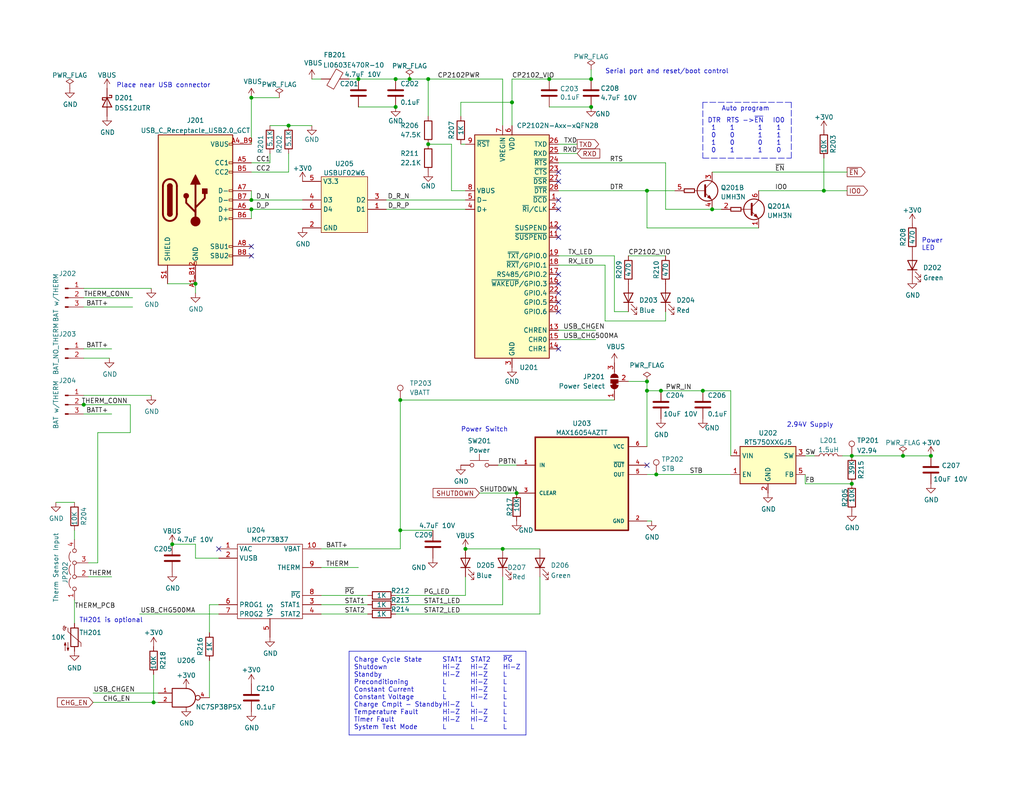
<source format=kicad_sch>
(kicad_sch (version 20211123) (generator eeschema)
  (paper "USLetter")
  (title_block (title "Slime VR Motion Tracker") (date "2022-04-05") (rev "0.9.9") (company "Aaron Williams"))
  (junction (at 161.29 29.21))
  (junction (at 232.41 132.08))
  (junction (at 232.41 124.46))
  (junction (at 191.77 106.68))
  (junction (at 109.22 109.22))
  (junction (at 176.53 104.14))
  (junction (at 68.58 26.67))
  (junction (at 246.38 124.46))
  (junction (at 41.91 191.77))
  (junction (at 97.79 21.59))
  (junction (at 107.95 21.59))
  (junction (at 68.58 54.61))
  (junction (at 109.22 144.78))
  (junction (at 22.86 110.49))
  (junction (at 179.07 129.54))
  (junction (at 78.74 34.29))
  (junction (at 137.16 149.86))
  (junction (at 46.99 148.59))
  (junction (at 176.53 106.68))
  (junction (at 139.7 27.94))
  (junction (at 111.76 21.59))
  (junction (at 149.86 21.59))
  (junction (at 176.53 52.07))
  (junction (at 180.34 106.68))
  (junction (at 194.31 57.15))
  (junction (at 116.84 21.59))
  (junction (at 140.97 134.62))
  (junction (at 68.58 57.15))
  (junction (at 127 149.86))
  (junction (at 107.95 29.21))
  (junction (at 224.79 52.07))
  (junction (at 254 124.46))
  (junction (at 116.84 39.37))
  (junction (at 161.29 21.59))
  (junction (at 53.34 77.47))
  (no_connect (at 152.4 95.25))
  (no_connect (at 152.4 85.09))
  (no_connect (at 152.4 82.55))
  (no_connect (at 152.4 74.93))
  (no_connect (at 152.4 77.47))
  (no_connect (at 152.4 80.01))
  (no_connect (at 152.4 64.77))
  (no_connect (at 152.4 62.23))
  (no_connect (at 176.53 127))
  (no_connect (at 68.58 69.85))
  (no_connect (at 68.58 67.31))
  (no_connect (at 59.69 149.86))
  (no_connect (at 152.4 49.53))
  (no_connect (at 152.4 54.61))
  (no_connect (at 152.4 57.15))
  (no_connect (at 152.4 46.99))
  (wire (pts (xy 176.53 104.14) (xy 171.45 104.14)))
  (wire (pts (xy 194.31 57.15) (xy 196.85 57.15)))
  (wire (pts (xy 152.4 39.37) (xy 157.48 39.37)))
  (wire (pts (xy 176.53 52.07) (xy 184.15 52.07)))
  (wire (pts (xy 147.32 167.64) (xy 147.32 157.48)))
  (wire (pts (xy 41.91 184.15) (xy 41.91 191.77)))
  (wire (pts (xy 232.41 132.08) (xy 219.71 132.08)))
  (wire (pts (xy 107.95 162.56) (xy 127 162.56)))
  (wire (pts (xy 123.19 39.37) (xy 123.19 52.07)))
  (wire (pts (xy 22.225 110.49) (xy 22.86 110.49)))
  (wire (pts (xy 152.4 90.17) (xy 162.56 90.17)))
  (wire (pts (xy 229.87 124.46) (xy 232.41 124.46)))
  (wire (pts (xy 176.53 52.07) (xy 176.53 62.23)))
  (wire (pts (xy 137.16 149.86) (xy 147.32 149.86)))
  (wire (pts (xy 116.84 31.75) (xy 116.84 21.59)))
  (wire (pts (xy 22.86 83.82) (xy 36.195 83.82)))
  (wire (pts (xy 139.7 21.59) (xy 149.86 21.59)))
  (wire (pts (xy 199.39 106.68) (xy 199.39 124.46)))
  (wire (pts (xy 176.53 106.68) (xy 176.53 104.14)))
  (wire (pts (xy 87.63 162.56) (xy 100.33 162.56)))
  (wire (pts (xy 219.71 132.08) (xy 219.71 129.54)))
  (wire (pts (xy 219.71 124.46) (xy 222.25 124.46)))
  (wire (pts (xy 165.1 87.63) (xy 181.61 87.63)))
  (wire (pts (xy 125.73 27.94) (xy 139.7 27.94)))
  (wire (pts (xy 87.63 154.94) (xy 97.79 154.94)))
  (wire (pts (xy 149.86 21.59) (xy 161.29 21.59)))
  (wire (pts (xy 107.95 29.21) (xy 97.79 29.21)))
  (wire (pts (xy 152.4 69.85) (xy 167.64 69.85)))
  (wire (pts (xy 139.7 27.94) (xy 139.7 21.59)))
  (wire (pts (xy 232.41 124.46) (xy 246.38 124.46)))
  (wire (pts (xy 57.15 180.34) (xy 57.15 190.5)))
  (wire (pts (xy 68.58 54.61) (xy 82.55 54.61)))
  (wire (pts (xy 87.63 165.1) (xy 100.33 165.1)))
  (wire (pts (xy 176.53 106.68) (xy 176.53 121.92)))
  (wire (pts (xy 73.66 44.45) (xy 73.66 41.91)))
  (wire (pts (xy 176.53 106.68) (xy 180.34 106.68)))
  (wire (pts (xy 246.38 124.46) (xy 254 124.46)))
  (wire (pts (xy 53.34 77.47) (xy 53.34 80.01)))
  (wire (pts (xy 127 149.86) (xy 137.16 149.86)))
  (wire (pts (xy 207.01 52.07) (xy 224.79 52.07)))
  (wire (pts (xy 152.4 41.91) (xy 157.48 41.91)))
  (wire (pts (xy 167.64 85.09) (xy 167.64 69.85)))
  (wire (pts (xy 26.67 118.11) (xy 26.67 153.67)))
  (wire (pts (xy 107.95 165.1) (xy 137.16 165.1)))
  (polyline (pts (xy 143.51 177.8) (xy 143.51 200.66)) (stroke (width 0) (type solid)))
  (wire (pts (xy 152.4 52.07) (xy 176.53 52.07)))
  (wire (pts (xy 53.34 148.59) (xy 53.34 152.4)))
  (wire (pts (xy 109.22 144.78) (xy 118.11 144.78)))
  (wire (pts (xy 137.16 34.29) (xy 137.16 21.59)))
  (wire (pts (xy 109.22 109.22) (xy 167.64 109.22)))
  (wire (pts (xy 179.07 129.54) (xy 199.39 129.54)))
  (wire (pts (xy 109.22 144.78) (xy 109.22 109.22)))
  (wire (pts (xy 78.74 34.29) (xy 85.09 34.29)))
  (wire (pts (xy 123.19 52.07) (xy 127 52.07)))
  (wire (pts (xy 95.25 21.59) (xy 97.79 21.59)))
  (wire (pts (xy 161.29 19.05) (xy 161.29 21.59)))
  (wire (pts (xy 176.53 62.23) (xy 207.01 62.23)))
  (wire (pts (xy 24.13 157.48) (xy 30.48 157.48)))
  (wire (pts (xy 25.4 191.77) (xy 41.91 191.77)))
  (wire (pts (xy 107.95 167.64) (xy 147.32 167.64)))
  (wire (pts (xy 152.4 44.45) (xy 181.61 44.45)))
  (polyline (pts (xy 95.25 177.8) (xy 95.25 200.66)) (stroke (width 0) (type solid)))
  (wire (pts (xy 22.86 78.74) (xy 41.275 78.74)))
  (wire (pts (xy 41.91 191.77) (xy 43.18 191.77)))
  (wire (pts (xy 57.15 172.72) (xy 57.15 165.1)))
  (wire (pts (xy 22.86 107.95) (xy 41.275 107.95)))
  (wire (pts (xy 107.95 21.59) (xy 111.76 21.59)))
  (wire (pts (xy 224.79 52.07) (xy 231.14 52.07)))
  (wire (pts (xy 22.86 97.79) (xy 29.845 97.79)))
  (wire (pts (xy 38.1 167.64) (xy 59.69 167.64)))
  (wire (pts (xy 46.99 148.59) (xy 53.34 148.59)))
  (wire (pts (xy 109.22 149.86) (xy 109.22 144.78)))
  (wire (pts (xy 149.86 29.21) (xy 161.29 29.21)))
  (wire (pts (xy 35.56 118.11) (xy 26.67 118.11)))
  (wire (pts (xy 68.58 57.15) (xy 82.55 57.15)))
  (wire (pts (xy 177.8 142.24) (xy 176.53 142.24)))
  (wire (pts (xy 68.58 44.45) (xy 73.66 44.45)))
  (wire (pts (xy 181.61 57.15) (xy 181.61 44.45)))
  (wire (pts (xy 68.58 26.67) (xy 76.2 26.67)))
  (polyline (pts (xy 215.9 27.94) (xy 191.77 27.94)))
  (wire (pts (xy 35.56 110.49) (xy 35.56 118.11)))
  (wire (pts (xy 171.45 85.09) (xy 167.64 85.09)))
  (wire (pts (xy 125.73 39.37) (xy 127 39.37)))
  (wire (pts (xy 68.58 26.67) (xy 68.58 39.37)))
  (wire (pts (xy 87.63 167.64) (xy 100.33 167.64)))
  (wire (pts (xy 97.79 21.59) (xy 107.95 21.59)))
  (wire (pts (xy 85.09 21.59) (xy 87.63 21.59)))
  (wire (pts (xy 24.13 153.67) (xy 26.67 153.67)))
  (wire (pts (xy 137.16 165.1) (xy 137.16 157.48)))
  (polyline (pts (xy 95.25 177.8) (xy 143.51 177.8)) (stroke (width 0) (type solid)))
  (wire (pts (xy 194.31 46.99) (xy 231.14 46.99)))
  (wire (pts (xy 105.41 57.15) (xy 127 57.15)))
  (wire (pts (xy 191.77 106.68) (xy 199.39 106.68)))
  (wire (pts (xy 25.4 189.23) (xy 43.18 189.23)))
  (wire (pts (xy 140.97 127) (xy 135.89 127)))
  (wire (pts (xy 68.58 52.07) (xy 68.58 54.61)))
  (wire (pts (xy 130.81 134.62) (xy 140.97 134.62)))
  (wire (pts (xy 22.86 110.49) (xy 35.56 110.49)))
  (wire (pts (xy 22.86 95.25) (xy 30.48 95.25)))
  (wire (pts (xy 15.24 137.16) (xy 20.32 137.16)))
  (wire (pts (xy 45.72 77.47) (xy 53.34 77.47)))
  (wire (pts (xy 180.34 106.68) (xy 191.77 106.68)))
  (wire (pts (xy 87.63 149.86) (xy 109.22 149.86)))
  (wire (pts (xy 125.73 31.75) (xy 125.73 27.94)))
  (wire (pts (xy 139.7 34.29) (xy 139.7 27.94)))
  (wire (pts (xy 111.76 21.59) (xy 116.84 21.59)))
  (wire (pts (xy 165.1 72.39) (xy 165.1 87.63)))
  (wire (pts (xy 22.86 81.28) (xy 36.195 81.28)))
  (wire (pts (xy 181.61 87.63) (xy 181.61 85.09)))
  (wire (pts (xy 116.84 39.37) (xy 123.19 39.37)))
  (wire (pts (xy 127 162.56) (xy 127 157.48)))
  (wire (pts (xy 59.69 152.4) (xy 53.34 152.4)))
  (wire (pts (xy 116.84 21.59) (xy 137.16 21.59)))
  (polyline (pts (xy 191.77 43.18) (xy 215.9 43.18)))
  (wire (pts (xy 68.58 57.15) (xy 68.58 59.69)))
  (wire (pts (xy 152.4 92.71) (xy 162.56 92.71)))
  (wire (pts (xy 152.4 72.39) (xy 165.1 72.39)))
  (wire (pts (xy 22.86 113.03) (xy 30.48 113.03)))
  (wire (pts (xy 20.32 144.78) (xy 20.32 147.32)))
  (wire (pts (xy 68.58 46.99) (xy 78.74 46.99)))
  (wire (pts (xy 20.32 163.83) (xy 20.32 170.18)))
  (wire (pts (xy 171.45 69.85) (xy 181.61 69.85)))
  (wire (pts (xy 78.74 46.99) (xy 78.74 41.91)))
  (polyline (pts (xy 215.9 43.18) (xy 215.9 27.94)))
  (wire (pts (xy 73.66 34.29) (xy 78.74 34.29)))
  (wire (pts (xy 181.61 57.15) (xy 194.31 57.15)))
  (wire (pts (xy 105.41 54.61) (xy 127 54.61)))
  (wire (pts (xy 176.53 129.54) (xy 179.07 129.54)))
  (wire (pts (xy 224.79 43.18) (xy 224.79 52.07)))
  (polyline (pts (xy 191.77 27.94) (xy 191.77 43.18)))
  (wire (pts (xy 57.15 165.1) (xy 59.69 165.1)))
  (polyline (pts (xy 143.51 200.66) (xy 95.25 200.66)) (stroke (width 0) (type solid)))
  (text "Power Switch" (at 125.73 118.11 0) (effects (font (size 1.27 1.27)) (justify left bottom)))
  (text "Charge Cycle State\nShutdown\nStandby\nPreconditioning\nConstant Current\nConstant Voltage\nCharge Cmplt - Standby\nTemperature Fault\nTimer Fault\nSystem Test Mode" (at 96.52 199.39 0) (effects (font (size 1.27 1.27)) (justify left bottom)))
  (text "Auto program" (at 196.85 30.48 0) (effects (font (size 1.27 1.27)) (justify left bottom)))
  (text "STAT1\nHi-Z\nHi-Z\nL\nL\nL\nHi-Z\nHi-Z\nHi-Z\nL" (at 120.65 199.39 0) (effects (font (size 1.27 1.27)) (justify left bottom)))
  (text "Place near USB connector" (at 31.75 24.13 0) (effects (font (size 1.27 1.27)) (justify left bottom)))
  (text "TH201 is optional" (at 21.59 170.18 0) (effects (font (size 1.27 1.27)) (justify left bottom)))
  (text "Power\nLED" (at 251.46 68.58 0) (effects (font (size 1.27 1.27)) (justify left bottom)))
  (text "RTS ->\n 1\n 0\n 0\n 1" (at 198.12 41.91 0) (effects (font (size 1.27 1.27)) (justify left bottom)))
  (text "IO0\n 1\n 1\n 1\n 0" (at 210.82 41.91 0) (effects (font (size 1.27 1.27)) (justify left bottom)))
  (text "~{EN}\n 1\n 1\n 0\n 1" (at 205.74 41.91 0) (effects (font (size 1.27 1.27)) (justify left bottom)))
  (text "STAT2\nHi-Z\nHi-Z\nHi-Z\nHi-Z\nHi-Z\nL\nHi-Z\nHi-Z\nL" (at 128.27 199.39 0) (effects (font (size 1.27 1.27)) (justify left bottom)))
  (text "DTR\n 1\n 0\n 1\n 0" (at 193.04 41.91 0) (effects (font (size 1.27 1.27)) (justify left bottom)))
  (text "2.94V Supply" (at 214.63 116.84 0) (effects (font (size 1.27 1.27)) (justify left bottom)))
  (text "~{PG}\nHi-Z\nL\nL\nL\nL\nL\nL\nL\nL" (at 137.16 199.39 0) (effects (font (size 1.27 1.27)) (justify left bottom)))
  (text "Serial port and reset/boot control" (at 165.1 20.32 0) (effects (font (size 1.27 1.27)) (justify left bottom)))
  (label "STAT2" (at 93.98 167.64 0))
  (label "D_P" (at 69.85 57.15 0))
  (label "RX_LED" (at 154.94 72.39 0))
  (label "THERM_PCB" (at 20.32 166.37 0))
  (label "IO0" (at 211.455 52.07 0))
  (label "STAT1" (at 93.98 165.1 0))
  (label "BATT+" (at 23.495 113.03 0))
  (label "THERM_CONN" (at 22.225 110.49 0))
  (label "THERM_CONN" (at 22.86 81.28 0))
  (label "PWR_IN" (at 181.61 106.68 0))
  (label "D_R_P" (at 111.76 57.15 180))
  (label "CHG_EN" (at 35.56 191.77 180))
  (label "PBTN" (at 135.89 127 0))
  (label "BATT+" (at 23.495 95.25 0))
  (label "CC2" (at 69.85 46.99 0))
  (label "BATT+" (at 88.9 149.86 0))
  (label "CP2102_VIO" (at 139.7 21.59 0))
  (label "STAT1_LED" (at 115.57 165.1 0))
  (label "RTS" (at 166.37 44.45 0))
  (label "USB_CHGEN" (at 153.67 90.17 0))
  (label "STB" (at 191.77 129.54 180))
  (label "USB_CHG500MA" (at 53.34 167.64 180))
  (label "~{EN}" (at 211.455 46.99 0))
  (label "CP2102_VIO" (at 171.45 69.85 0))
  (label "USB_CHGEN" (at 36.83 189.23 180))
  (label "FB" (at 219.71 132.08 0))
  (label "~{PG}" (at 93.98 162.56 0))
  (label "SHUTDOWN" (at 130.81 134.62 0))
  (label "THERM" (at 88.9 154.94 0))
  (label "BATT+" (at 23.495 83.82 0))
  (label "TX_LED" (at 154.94 69.85 0))
  (label "D_R_N" (at 111.76 54.61 180))
  (label "THERM" (at 24.13 157.48 0))
  (label "PG_LED" (at 115.57 162.56 0))
  (label "USB_CHG500MA" (at 153.67 92.71 0))
  (label "DTR" (at 166.37 52.07 0))
  (label "STAT2_LED" (at 115.57 167.64 0))
  (label "RXD" (at 157.48 41.91 180))
  (label "SW" (at 219.71 124.46 0))
  (label "D_N" (at 69.85 54.61 0))
  (label "CP2102PWR" (at 119.38 21.59 0))
  (label "CC1" (at 69.85 44.45 0))
  (label "TXD" (at 157.48 39.37 180))
  (global_label "SHUTDOWN" (shape input) (at 130.81 134.62 180) (property "Intersheet References" "${INTERSHEET_REFS}" (effects hide)))
  (global_label "TXD" (shape output) (at 157.48 39.37 0) (property "Intersheet References" "${INTERSHEET_REFS}" (effects hide)))
  (global_label "IO0" (shape output) (at 231.14 52.07 0) (property "Intersheet References" "${INTERSHEET_REFS}" (effects hide)))
  (global_label "CHG_EN" (shape input) (at 25.4 191.77 180) (property "Intersheet References" "${INTERSHEET_REFS}" (effects hide)))
  (global_label "RXD" (shape input) (at 157.48 41.91 0) (property "Intersheet References" "${INTERSHEET_REFS}" (effects hide)))
  (global_label "~{EN}" (shape output) (at 231.14 46.99 0) (property "Intersheet References" "${INTERSHEET_REFS}" (effects hide)))
  (symbol (lib_id "power:VBUS") (at 68.58 26.67 0) (unit 1)
    (property "Reference" "#PWR0205" (effects hide))
    (property "Value" "VBUS" (at 68.961 22.2758 0))
  )
  (symbol (lib_id "power:GND") (at 53.34 80.01 0) (unit 1)
    (property "Reference" "#PWR0215" (effects hide))
    (property "Value" "GND" (at 53.467 84.4042 0))
  )
  (symbol (lib_id "Device:C") (at 107.95 25.4 0) (unit 1)
    (property "Reference" "C202" (at 109.22 22.86 0) (effects (justify left)))
    (property "Value" "0.1uF" (at 109.22 27.94 0) (effects (justify left)))
    (property "Footprint" "Capacitor_SMD:C_0603_1608Metric" (effects hide))
    (property "MFR" "KEMET" (effects hide))
    (property "MPN" "C0603C104M3RAC7867" (effects hide))
    (property "SPR" "Digikey" (effects hide))
    (property "SPN" "399-C0603C104M3RAC7867CT-ND" (effects hide))
    (property "SPURL" "https://www.digikey.com/en/products/detail/kemet/C0603C104M3RAC7867/416046" (effects hide))
    (property "DESC" "0.1 µF ±20% 25V Ceramic Capacitor X7R 0603 (1608 Metric)" (effects hide))
    (property "MANUFACTURER" "KEMET" (effects hide))
  )
  (symbol (lib_id "power:GND") (at 107.95 29.21 0) (unit 1)
    (property "Reference" "#PWR0203" (effects hide))
    (property "Value" "GND" (at 107.95 33.02 0))
  )
  (symbol (lib_id "Device:R") (at 232.41 128.27 0) (unit 1)
    (property "Reference" "R215" (at 234.95 125.73 90) (effects (justify right)))
    (property "Value" "39K" (at 232.41 125.73 90) (effects (justify right)))
    (property "Footprint" "Resistor_SMD:R_0603_1608Metric" (effects hide))
    (property "MFR" "Yageo" (effects hide))
    (property "MPN" "RC0603FR-0739KL" (effects hide))
    (property "SPR" "Digikey" (effects hide))
    (property "SPN" "311-39.0KHRCT-ND" (effects hide))
    (property "SPURL" "https://www.digikey.com/en/products/detail/yageo/RC0603FR-0739KL/727195" (effects hide))
    (property "DESC" "39 kOhms ±1% 0.1W, 1/10W Chip Resistor 0603 (1608 Metric) Moisture Resistant Thick Film" (effects hide))
    (property "MANUFACTURER" "YAGEO" (effects hide))
  )
  (symbol (lib_id "power:GND") (at 209.55 134.62 0) (unit 1)
    (property "Reference" "#PWR0234" (effects hide))
    (property "Value" "GND" (at 209.677 139.0142 0))
  )
  (symbol (lib_id "power:PWR_FLAG") (at 19.05 24.13 0) (unit 1)
    (property "Reference" "#FLG0104" (effects hide))
    (property "Value" "PWR_FLAG" (at 19.05 20.5542 0))
  )
  (symbol (lib_id "Connector:TestPoint") (at 179.07 129.54 0) (unit 1) (in_bom no)
    (property "Reference" "TP202" (at 180.467 125.4033 0) (effects (justify left)))
    (property "Value" "STB" (at 180.467 127.9402 0) (effects (justify left)))
    (property "Footprint" "TestPoint:TestPoint_THTPad_1.0x1.0mm_Drill0.5mm" (effects hide))
  )
  (symbol (lib_id "power:GND") (at 50.8 193.04 0) (unit 1)
    (property "Reference" "#PWR0140" (effects hide))
    (property "Value" "GND" (at 50.927 197.4342 0))
  )
  (symbol (lib_id "Aaron:USB_C_Receptacle_USB2.0_GCT") (at 53.34 54.61 0) (unit 1)
    (property "Reference" "J201" (at 53.34 32.8635 0))
    (property "Value" "USB_C_Receptacle_USB2.0_GCT" (at 53.34 35.6386 0))
    (property "Footprint" "Aaron:GCT_USB4105-GF-A" (effects hide))
    (property "Datasheet" "https://www.usb.org/sites/default/files/documents/usb_type-c.zip" (effects hide))
    (property "MFR" "GCT" (effects hide))
    (property "MPN" "USB4105-GF-A" (effects hide))
    (property "SPR" "Digikey" (effects hide))
    (property "SPN" "2073-USB4105-GF-ACT-ND" (effects hide))
    (property "SPURL" "https://www.digikey.com/en/products/detail/gct/USB4105-GF-A/11198441" (effects hide))
  )
  (symbol (lib_id "power:GND") (at 140.97 142.24 0) (unit 1)
    (property "Reference" "#PWR0232" (effects hide))
    (property "Value" "GND" (at 143.51 144.78 0))
  )
  (symbol (lib_id "power:+3V0") (at 82.55 49.53 0) (unit 1)
    (property "Reference" "#PWR0133" (effects hide))
    (property "Value" "+3V0" (at 82.55 45.9542 0))
  )
  (symbol (lib_id "power:GND") (at 177.8 142.24 0) (unit 1)
    (property "Reference" "#PWR0233" (effects hide))
    (property "Value" "GND" (at 177.927 146.6342 0))
  )
  (symbol (lib_id "power:PWR_FLAG") (at 161.29 19.05 0) (unit 1)
    (property "Reference" "#FLG0106" (effects hide))
    (property "Value" "PWR_FLAG" (at 161.29 15.4742 0))
  )
  (symbol (lib_id "power:VBUS") (at 85.09 21.59 0) (unit 1)
    (property "Reference" "#PWR0201" (effects hide))
    (property "Value" "VBUS" (at 85.471 17.1958 0))
  )
  (symbol (lib_id "power:GND") (at 191.77 114.3 0) (unit 1)
    (property "Reference" "#PWR0229" (effects hide))
    (property "Value" "GND" (at 194.31 116.84 0))
  )
  (symbol (lib_id "power:GND") (at 139.7 100.33 0) (unit 1)
    (property "Reference" "#PWR0217" (effects hide))
    (property "Value" "GND" (at 139.7 104.14 0))
  )
  (symbol (lib_id "Jumper:SolderJumper_4_Bridged23") (at 20.32 155.575 90) (unit 1) (in_bom no)
    (property "Reference" "JP202" (at 17.78 159.385 0) (effects (justify left)))
    (property "Value" "Therm Sensor Input" (at 15.24 164.465 0) (effects (justify left)))
    (property "Footprint" "Jumper:SolderJumper-4_P1.3mm_Bridged23_RoundedPad1.0x1.5mm" (effects hide))
  )
  (symbol (lib_id "Aaron:MAX16054AZTT") (at 158.75 132.08 0) (unit 1)
    (property "Reference" "U203" (at 158.75 115.604 0))
    (property "Value" "MAX16054AZTT" (at 158.75 118.1409 0))
    (property "Footprint" "Package_TO_SOT_SMD:TSOT-23-6" (effects hide))
    (property "Datasheet" "https://datasheets.maximintegrated.com/en/ds/MAX16054.pdf" (effects hide))
    (property "DESC" "PDA's, Portable Audio/Video, Smartphones Interface TSOT-23-6" (effects hide))
    (property "MANUFACTURER" "Analog Devices Inc./Maxim Integrated" (effects hide))
    (property "MFR" "Analog Devices Inc./Maxim Integrated" (effects hide))
    (property "MPN" "MAX16054AZT+T" (effects hide))
    (property "SPN" "MAX16054AZT+TCT-ND" (effects hide))
    (property "SPR" "Digikey" (effects hide))
    (property "SPURL" "https://www.digikey.com/en/products/detail/analog-devices-inc-maxim-integrated/MAX16054AZT-T/1938114" (effects hide))
  )
  (symbol (lib_id "power:PWR_FLAG") (at 76.2 26.67 0) (unit 1)
    (property "Reference" "#FLG0102" (effects hide))
    (property "Value" "PWR_FLAG" (at 76.2 23.0942 0))
  )
  (symbol (lib_id "Device:D_Schottky") (at 29.21 27.94 270) (unit 1)
    (property "Reference" "D201" (at 31.242 26.714 90) (effects (justify left)))
    (property "Value" "DSS12UTR" (at 31.242 29.4891 90) (effects (justify left)))
    (property "Footprint" "Diode_SMD:D_SOD-123F" (effects hide))
    (property "MFR" "SMC Diode Solutions" (effects hide))
    (property "MPN" "DSS12UTR" (effects hide))
    (property "SPR" "Digikey" (effects hide))
    (property "SPN" "1655-1925-1-ND" (effects hide))
    (property "SPURL" "https://www.digikey.com/en/products/detail/smc-diode-solutions/DSS12UTR/8341857" (effects hide))
    (property "DESC" "Diode Schottky 20 V 1A Surface Mount SOD-123FL" (effects hide))
  )
  (symbol (lib_id "power:GND") (at 41.275 107.95 0) (unit 1)
    (property "Reference" "#PWR0219" (effects hide))
    (property "Value" "GND" (at 41.402 112.3442 0))
  )
  (symbol (lib_id "Connector:Conn_01x02_Male") (at 17.78 95.25 0) (unit 1)
    (property "Reference" "J203" (at 18.415 91.2073 0))
    (property "Value" "BAT_NO_THERM" (at 15.24 95.25 90))
    (property "Footprint" "Connector_JST:JST_PH_S2B-PH-K_1x02_P2.00mm_Horizontal" (effects hide))
    (property "DESC" "Connector Header Surface Mount 2 position 0.079\" (2.00mm)" (effects hide))
    (property "MANUFACTURER" "JST Sales America Inc." (effects hide))
    (property "MFR" "JST Sales America Inc." (effects hide))
    (property "MPN" "B2B-PH-SM4-TB(LF)(SN)" (effects hide))
    (property "SPN" "455-1734-1-ND" (effects hide))
    (property "SPR" "Digikey" (effects hide))
    (property "SPURL" "https://www.digikey.com/en/products/detail/jst-sales-america-inc/B2B-PH-SM4-TB-LF-SN/926641" (effects hide))
  )
  (symbol (lib_id "Device:R") (at 181.61 73.66 180) (unit 1)
    (property "Reference" "R210" (at 179.07 73.66 90))
    (property "Value" "470" (at 181.61 73.66 90))
    (property "Footprint" "Resistor_SMD:R_0603_1608Metric" (effects hide))
    (property "DESC" "470 Ohms ±1% 0.1W, 1/10W Chip Resistor 0603 (1608 Metric) Moisture Resistant Thick Film" (effects hide))
    (property "MANUFACTURER" "YAGEO" (effects hide))
    (property "MFR" "YAGEO" (effects hide))
    (property "MPN" "RC0603FR-07470RL" (effects hide))
    (property "SPN" "311-470HRCT-ND" (effects hide))
    (property "SPR" "Digikey" (effects hide))
    (property "SPURL" "https://www.digikey.com/en/products/detail/yageo/RC0603FR-07470RL/727256" (effects hide))
  )
  (symbol (lib_id "power:GND") (at 73.66 173.99 0) (unit 1)
    (property "Reference" "#PWR0237" (effects hide))
    (property "Value" "GND" (at 73.787 178.3842 0))
  )
  (symbol (lib_id "power:PWR_FLAG") (at 111.76 21.59 0) (unit 1)
    (property "Reference" "#FLG0103" (effects hide))
    (property "Value" "PWR_FLAG" (at 111.76 18.0142 0))
  )
  (symbol (lib_id "power:GND") (at 254 132.08 0) (unit 1)
    (property "Reference" "#PWR0221" (effects hide))
    (property "Value" "GND" (at 254.127 136.4742 0))
  )
  (symbol (lib_id "Device:LED") (at 248.92 72.39 90) (unit 1)
    (property "Reference" "D202" (at 251.841 73.069 90) (effects (justify right)))
    (property "Value" "Green" (at 251.841 75.8441 90) (effects (justify right)))
    (property "Footprint" "LED_SMD:LED_0603_1608Metric" (effects hide))
    (property "DESC" "Green 573nm LED Indication - Discrete 2V 0603 (1608 Metric)" (effects hide))
    (property "MANUFACTURER" "Würth Elektronik" (effects hide))
    (property "MFR" "Würth Elektronik" (effects hide))
    (property "MPN" "150060VS55040" (effects hide))
    (property "SPN" "732-12017-1-ND" (effects hide))
    (property "SPR" "Digikey" (effects hide))
    (property "SPURL" "https://www.digikey.com/en/products/detail/w%C3%BCrth-elektronik/150060VS55040/8557182" (effects hide))
  )
  (symbol (lib_id "Device:C") (at 254 128.27 0) (unit 1)
    (property "Reference" "C207" (at 256.921 127.1016 0) (effects (justify left)))
    (property "Value" "10uF 10V" (at 254.635 130.81 0) (effects (justify left)))
    (property "Footprint" "Capacitor_SMD:C_0603_1608Metric" (effects hide))
    (property "MFR" "Samsung Electro-Mechanics" (effects hide))
    (property "MPN" "CL10A106MP8NNNC" (effects hide))
    (property "SPR" "Digikey" (effects hide))
    (property "SPN" "1276-1871-1-ND" (effects hide))
    (property "SPURL" "https://www.digikey.com/en/products/detail/samsung-electro-mechanics/CL10A106MP8NNNC/3887529" (effects hide))
    (property "DESC" "10 µF ±20% 10V Ceramic Capacitor X5R 0603 (1608 Metric)" (effects hide))
    (property "MANUFACTURER" "Samsung Electro-Mechanics" (effects hide))
  )
  (symbol (lib_id "Device:C") (at 149.86 25.4 0) (unit 1)
    (property "Reference" "C203" (at 152.781 24.2316 0) (effects (justify left)))
    (property "Value" "0.1uF" (at 152.781 26.543 0) (effects (justify left)))
    (property "Footprint" "Capacitor_SMD:C_0603_1608Metric" (effects hide))
    (property "MFR" "KEMET" (effects hide))
    (property "MPN" "C0603C104M3RAC7867" (effects hide))
    (property "SPR" "Digikey" (effects hide))
    (property "SPN" "399-C0603C104M3RAC7867CT-ND" (effects hide))
    (property "SPURL" "https://www.digikey.com/en/products/detail/kemet/C0603C104M3RAC7867/416046" (effects hide))
    (property "DESC" "0.1 µF ±20% 25V Ceramic Capacitor X7R 0603 (1608 Metric)" (effects hide))
    (property "MANUFACTURER" "KEMET" (effects hide))
  )
  (symbol (lib_id "Device:C") (at 118.11 148.59 0) (unit 1)
    (property "Reference" "C209" (at 113.03 146.05 0) (effects (justify left)))
    (property "Value" "4.7uF 10V" (at 114.3 143.51 0) (effects (justify left)))
    (property "Footprint" "Capacitor_SMD:C_0603_1608Metric" (effects hide))
    (property "DESC" "4.7 µF ±10% 10V Ceramic Capacitor X5R 0603 (1608 Metric)" (effects hide))
    (property "MANUFACTURER" "Samsung Electro-Mechanics" (effects hide))
    (property "MFR" "Samsung Electro-Mechanics" (effects hide))
    (property "MPN" "CL10A475KP8NNNC" (effects hide))
    (property "SPN" "1276-1044-1-ND" (effects hide))
    (property "SPR" "Digikey" (effects hide))
    (property "SPURL" "https://www.digikey.com/en/products/detail/samsung-electro-mechanics/CL10A475KP8NNNC/3886702" (effects hide))
  )
  (symbol (lib_id "Device:LED") (at 171.45 81.28 90) (unit 1)
    (property "Reference" "D203" (at 174.371 81.959 90) (effects (justify right)))
    (property "Value" "Blue" (at 174.371 84.7341 90) (effects (justify right)))
    (property "Footprint" "LED_SMD:LED_0603_1608Metric" (effects hide))
    (property "DESC" "Blue 470nm LED Indication - Discrete 3.2V 0603 (1608 Metric)" (effects hide))
    (property "MANUFACTURER" "Würth Elektronik" (effects hide))
    (property "MFR" "Würth Elektronik" (effects hide))
    (property "MPN" "150060BS55040" (effects hide))
    (property "SPN" "732-12013-1-ND" (effects hide))
    (property "SPR" "Digikey" (effects hide))
    (property "SPURL" "https://www.digikey.com/en/products/detail/w%C3%BCrth-elektronik/150060BS55040/8557178" (effects hide))
  )
  (symbol (lib_id "Device:R") (at 73.66 38.1 0) (unit 1)
    (property "Reference" "R201" (at 71.12 36.83 90) (effects (justify right)))
    (property "Value" "5.1K" (at 73.66 35.56 90) (effects (justify right)))
    (property "Footprint" "Resistor_SMD:R_0603_1608Metric" (effects hide))
    (property "MFR" "Yageo" (effects hide))
    (property "MPN" "RC0603FR-075K1L" (effects hide))
    (property "SPR" "Digikey" (effects hide))
    (property "SPN" "311-5.10KHRCT-ND" (effects hide))
    (property "SPURL" "https://www.digikey.com/en/products/detail/yageo/RC0603FR-075K1L/727268" (effects hide))
    (property "DESC" "5.1 kOhms ±1% 0.1W, 1/10W Chip Resistor 0603 (1608 Metric) Moisture Resistant Thick Film" (effects hide))
    (property "MANUFACTURER" "YAGEO" (effects hide))
  )
  (symbol (lib_id "Connector:Conn_01x03_Male") (at 17.78 81.28 0) (unit 1) (in_bom no)
    (property "Reference" "J202" (at 18.415 74.6973 0))
    (property "Value" "BAT w/THERM" (at 15.24 81.28 90))
    (property "Footprint" "Connector_Wire:SolderWire-0.1sqmm_1x03_P3.6mm_D0.4mm_OD1mm" (effects hide))
  )
  (symbol (lib_id "Device:R") (at 104.14 167.64 90) (unit 1)
    (property "Reference" "R214" (at 109.22 166.37 90))
    (property "Value" "1K" (at 104.14 167.64 90))
    (property "Footprint" "Resistor_SMD:R_0603_1608Metric" (effects hide))
    (property "MFR" "YAGEO" (effects hide))
    (property "MPN" "RC0603FR-071KL" (effects hide))
    (property "SPR" "Digikey" (effects hide))
    (property "SPN" "311-1.00KHRCT-ND" (effects hide))
    (property "SPURL" "https://www.digikey.com/en/products/detail/yageo/RC0603FR-071KL/726843" (effects hide))
    (property "DESC" "1 kOhms ±1% 0.1W, 1/10W Chip Resistor 0603 (1608 Metric) Moisture Resistant Thick Film" (effects hide))
    (property "MANUFACTURER" "YAGEO" (effects hide))
  )
  (symbol (lib_id "power:GND") (at 68.58 194.31 0) (unit 1)
    (property "Reference" "#PWR0141" (effects hide))
    (property "Value" "GND" (at 68.707 198.7042 0))
  )
  (symbol (lib_id "Connector:Conn_01x03_Male") (at 17.78 110.49 0) (unit 1)
    (property "Reference" "J204" (at 18.415 103.9073 0))
    (property "Value" "BAT w/THERM" (at 15.24 110.49 90))
    (property "Footprint" "Connector_Molex:Molex_PicoBlade_53048-0310_1x03_P1.25mm_Horizontal" (effects hide))
    (property "DESC" "Connector Header Through Hole, Right Angle 3 position 0.049\" (1.25mm)" (effects hide))
    (property "MANUFACTURER" "Molex" (effects hide))
    (property "MFR" "Molex" (effects hide))
    (property "MPN" "0530480350" (effects hide))
    (property "SPN" "0530480350-ND" (effects hide))
    (property "SPR" "Digikey" (effects hide))
    (property "SPURL" "https://www.digikey.com/en/products/detail/molex/0530480350/10125766" (effects hide))
  )
  (symbol (lib_id "Device:R") (at 248.92 64.77 180) (unit 1)
    (property "Reference" "R208" (at 246.38 64.77 90))
    (property "Value" "470" (at 248.92 64.77 90))
    (property "Footprint" "Resistor_SMD:R_0603_1608Metric" (effects hide))
    (property "DESC" "470 Ohms ±1% 0.1W, 1/10W Chip Resistor 0603 (1608 Metric) Moisture Resistant Thick Film" (effects hide))
    (property "MANUFACTURER" "YAGEO" (effects hide))
    (property "MFR" "YAGEO" (effects hide))
    (property "MPN" "RC0603FR-07470RL" (effects hide))
    (property "SPN" "311-470HRCT-ND" (effects hide))
    (property "SPR" "Digikey" (effects hide))
    (property "SPURL" "https://www.digikey.com/en/products/detail/yageo/RC0603FR-07470RL/727256" (effects hide))
  )
  (symbol (lib_id "power:GND") (at 248.92 76.2 0) (unit 1)
    (property "Reference" "#PWR0214" (effects hide))
    (property "Value" "GND" (at 249.047 80.5942 0))
  )
  (symbol (lib_id "power:GND") (at 161.29 29.21 0) (unit 1)
    (property "Reference" "#PWR0207" (effects hide))
    (property "Value" "GND" (at 164.465 31.115 0))
  )
  (symbol (lib_id "power:GND") (at 46.99 156.21 0) (unit 1)
    (property "Reference" "#PWR0224" (effects hide))
    (property "Value" "GND" (at 47.117 160.6042 0))
  )
  (symbol (lib_id "Battery_Management:MCP73837") (at 73.66 158.75 0) (unit 1)
    (property "Reference" "U204" (at 69.85 144.78 0))
    (property "Value" "MCP73837" (at 73.66 147.32 0))
    (property "Footprint" "Package_DFN_QFN:DFN-10-1EP_3x3mm_P0.5mm_EP1.55x2.48mm" (effects hide))
    (property "Datasheet" "https://ww1.microchip.com/downloads/en/DeviceDoc/20002071C.pdf" (effects hide))
    (property "MFR" "Microchip Technology" (effects hide))
    (property "MPN" "MCP73837-FJI/MF" (effects hide))
    (property "SPR" "Digikey" (effects hide))
    (property "SPN" "MCP73837-FJI/MF-ND" (effects hide))
    (property "SPURL" "https://www.digikey.com/en/products/detail/microchip-technology/MCP73837-FJI-MF/1874177" (effects hide))
  )
  (symbol (lib_id "Device:LED") (at 147.32 153.67 90) (unit 1)
    (property "Reference" "D206" (at 150.241 154.349 90) (effects (justify right)))
    (property "Value" "Green" (at 150.241 157.1241 90) (effects (justify right)))
    (property "Footprint" "LED_SMD:LED_0603_1608Metric" (effects hide))
    (property "DESC" "Green 573nm LED Indication - Discrete 2V 0603 (1608 Metric)" (effects hide))
    (property "MANUFACTURER" "Würth Elektronik" (effects hide))
    (property "MFR" "Würth Elektronik" (effects hide))
    (property "MPN" "150060VS55040" (effects hide))
    (property "SPN" "732-12017-1-ND" (effects hide))
    (property "SPR" "Digikey" (effects hide))
    (property "SPURL" "https://www.digikey.com/en/products/detail/w%C3%BCrth-elektronik/150060VS55040/8557182" (effects hide))
  )
  (symbol (lib_id "power:VBUS") (at 127 149.86 0) (unit 1)
    (property "Reference" "#PWR0230" (effects hide))
    (property "Value" "VBUS" (at 127 146.2555 0))
  )
  (symbol (lib_id "Device:L") (at 226.06 124.46 90) (unit 1)
    (property "Reference" "L201" (at 226.06 120.2522 90))
    (property "Value" "1.5uH" (at 226.06 122.7891 90))
    (property "Footprint" "Inductor_SMD:L_1008_2520Metric" (effects hide))
    (property "MFR" "Murata Electronics" (effects hide))
    (property "MPN" "DFE252010F-1R5M=P2" (effects hide))
    (property "SPR" "Digikey" (effects hide))
    (property "SPN" "490-13041-1-ND" (effects hide))
    (property "SPURL" "https://www.digikey.com/en/products/detail/murata-electronics/DFE252010F-1R5M-P2/5812577" (effects hide))
  )
  (symbol (lib_id "power:GND") (at 82.55 62.23 0) (unit 1)
    (property "Reference" "#PWR0115" (effects hide))
    (property "Value" "GND" (at 82.677 66.6242 0))
  )
  (symbol (lib_id "power:GND") (at 116.84 46.99 0) (unit 1)
    (property "Reference" "#PWR0129" (effects hide))
    (property "Value" "GND" (at 116.84 50.8 0))
  )
  (symbol (lib_id "power:GND") (at 20.32 177.8 0) (unit 1)
    (property "Reference" "#PWR0238" (effects hide))
    (property "Value" "GND" (at 20.32 182.3625 0))
  )
  (symbol (lib_id "power:GND") (at 180.34 114.3 0) (unit 1)
    (property "Reference" "#PWR0211" (effects hide))
    (property "Value" "GND" (at 180.467 118.6942 0))
  )
  (symbol (lib_id "Interface_USB:USBUF02W6") (at 93.98 55.88 0) (unit 1)
    (property "Reference" "U205" (at 93.98 44.6872 0))
    (property "Value" "USBUF02W6" (at 93.98 47.2241 0))
    (property "Footprint" "Package_TO_SOT_SMD:SOT-323-6L" (effects hide))
    (property "Datasheet" "https://www.onsemi.com/pdf/datasheet/nuf2221w1t2-d.pdf" (effects hide))
  )
  (symbol (lib_id "Switch:SW_Push") (at 130.81 127 0) (unit 1)
    (property "Reference" "SW201" (at 130.81 120.3792 0))
    (property "Value" "Power" (at 130.81 122.9161 0))
    (property "Footprint" "Aaron:Panasonic_EVQPUL_EVQPUC" (effects hide))
    (property "MFR" "Panasonic Electronic Components" (effects hide))
    (property "MPN" "EVQ-PUD02K" (effects hide))
    (property "SPR" "Digikey" (effects hide))
    (property "SPN" "P10850SCT-ND" (effects hide))
    (property "SPURL" "https://www.digikey.com/en/products/detail/panasonic-electronic-components/EVQ-PUD02K/286337" (effects hide))
    (property "MANUFACTURER" "Panasonic Electronic Components" (effects hide))
  )
  (symbol (lib_id "power:+3V0") (at 248.92 60.96 0) (unit 1)
    (property "Reference" "#PWR0135" (effects hide))
    (property "Value" "+3V0" (at 248.92 57.3842 0))
  )
  (symbol (lib_id "power:GND") (at 29.21 31.75 0) (unit 1)
    (property "Reference" "#PWR0204" (effects hide))
    (property "Value" "GND" (at 29.337 36.1442 0))
  )
  (symbol (lib_id "power:GND") (at 19.05 24.13 0) (unit 1)
    (property "Reference" "#PWR0132" (effects hide))
    (property "Value" "GND" (at 19.177 28.5242 0))
  )
  (symbol (lib_id "power:GND") (at 29.845 97.79 0) (unit 1)
    (property "Reference" "#PWR0216" (effects hide))
    (property "Value" "GND" (at 29.972 102.1842 0))
  )
  (symbol (lib_id "power:GND") (at 125.73 127 0) (unit 1)
    (property "Reference" "#PWR0227" (effects hide))
    (property "Value" "GND" (at 125.857 131.3942 0))
  )
  (symbol (lib_id "power:GND") (at 85.09 34.29 0) (unit 1)
    (property "Reference" "#PWR0206" (effects hide))
    (property "Value" "GND" (at 85.09 38.1 0))
  )
  (symbol (lib_id "Regulator_Switching:RT5750XXGJ5") (at 209.55 127 0) (unit 1)
    (property "Reference" "U202" (at 209.55 118.2202 0))
    (property "Value" "RT5750XXGJ5" (at 209.55 120.7571 0))
    (property "Footprint" "Package_TO_SOT_SMD:TSOT-23-5" (effects hide))
    (property "Datasheet" "https://www.richtek.com/assets/product_file/RT5750A=RT5750B/DS5750AB-00.pdf" (effects hide))
    (property "MFR" "Richtek USA Inc." (effects hide))
    (property "MPN" "RT5750BHGJ5" (effects hide))
    (property "SPR" "Digikey" (effects hide))
    (property "SPN" "1028-RT5750BHGJ5CT-ND" (effects hide))
    (property "SPURL" "https://www.digikey.com/en/products/detail/richtek-usa-inc/RT5750BHGJ5/13180171" (effects hide))
  )
  (symbol (lib_id "Device:R") (at 104.14 162.56 90) (unit 1)
    (property "Reference" "R212" (at 109.22 161.29 90))
    (property "Value" "1K" (at 104.14 162.56 90))
    (property "Footprint" "Resistor_SMD:R_0603_1608Metric" (effects hide))
    (property "MFR" "YAGEO" (effects hide))
    (property "MPN" "RC0603FR-071KL" (effects hide))
    (property "SPR" "Digikey" (effects hide))
    (property "SPN" "311-1.00KHRCT-ND" (effects hide))
    (property "SPURL" "https://www.digikey.com/en/products/detail/yageo/RC0603FR-071KL/726843" (effects hide))
    (property "DESC" "1 kOhms ±1% 0.1W, 1/10W Chip Resistor 0603 (1608 Metric) Moisture Resistant Thick Film" (effects hide))
    (property "MANUFACTURER" "YAGEO" (effects hide))
  )
  (symbol (lib_id "Device:R") (at 116.84 43.18 0) (unit 1)
    (property "Reference" "R211" (at 109.22 41.91 0) (effects (justify left)))
    (property "Value" "22.1K" (at 109.22 44.45 0) (effects (justify left)))
    (property "Footprint" "Resistor_SMD:R_0603_1608Metric" (effects hide))
  )
  (symbol (lib_id "Device:C") (at 161.29 25.4 0) (unit 1)
    (property "Reference" "C208" (at 163.83 24.13 0) (effects (justify left)))
    (property "Value" "4.7uF 10V" (at 163.83 26.67 0) (effects (justify left)))
    (property "Footprint" "Capacitor_SMD:C_0603_1608Metric" (effects hide))
    (property "DESC" "4.7 µF ±10% 10V Ceramic Capacitor X5R 0603 (1608 Metric)" (effects hide))
    (property "MANUFACTURER" "Samsung Electro-Mechanics" (effects hide))
    (property "MFR" "Samsung Electro-Mechanics" (effects hide))
    (property "MPN" "CL10A475KP8NNNC" (effects hide))
    (property "SPN" "1276-1044-1-ND" (effects hide))
    (property "SPR" "Digikey" (effects hide))
    (property "SPURL" "https://www.digikey.com/en/products/detail/samsung-electro-mechanics/CL10A475KP8NNNC/3886702" (effects hide))
  )
  (symbol (lib_id "power:+3V0") (at 50.8 187.96 0) (unit 1)
    (property "Reference" "#PWR0139" (effects hide))
    (property "Value" "+3V0" (at 50.8 184.3842 0))
  )
  (symbol (lib_id "Device:Thermistor_NTC") (at 20.32 173.99 0) (unit 1) (in_bom no)
    (property "Reference" "TH201" (at 21.59 172.72 0) (effects (justify left)))
    (property "Value" "10K" (at 13.97 173.99 0) (effects (justify left)))
    (property "Footprint" "Resistor_SMD:R_0603_1608Metric" (effects hide))
    (property "DESC" "NTC Thermistor 10k 0603 (1608 Metric)" (effects hide))
    (property "MFR" "Murata Electronics" (effects hide))
    (property "MPN" "NCU18XH103E60RB" (effects hide))
    (property "SPR" "Digikey" (effects hide))
    (property "SPN" "490-18164-1-ND" (effects hide))
    (property "SPURL" "https://www.digikey.com/en/products/detail/murata-electronics/NCU18XH103E60RB/8323959" (effects hide))
    (property "MANUFACTURER" "Murata Electronics" (effects hide))
  )
  (symbol (lib_id "Device:R") (at 116.84 35.56 0) (unit 1)
    (property "Reference" "R206" (at 109.22 34.29 0) (effects (justify left)))
    (property "Value" "47.5K" (at 109.22 36.83 0) (effects (justify left)))
    (property "Footprint" "Resistor_SMD:R_0603_1608Metric" (effects hide))
  )
  (symbol (lib_id "power:PWR_FLAG") (at 176.53 104.14 0) (unit 1)
    (property "Reference" "#FLG0202" (effects hide))
    (property "Value" "PWR_FLAG" (at 176.53 99.7458 0))
  )
  (symbol (lib_id "Device:C") (at 97.79 25.4 0) (unit 1)
    (property "Reference" "C201" (at 92.71 22.86 0) (effects (justify left)))
    (property "Value" "4.7uF 10V" (at 93.98 20.32 0) (effects (justify left)))
    (property "Footprint" "Capacitor_SMD:C_0603_1608Metric" (effects hide))
    (property "DESC" "4.7 µF ±10% 10V Ceramic Capacitor X5R 0603 (1608 Metric)" (effects hide))
    (property "MANUFACTURER" "Samsung Electro-Mechanics" (effects hide))
    (property "MFR" "Samsung Electro-Mechanics" (effects hide))
    (property "MPN" "CL10A475KP8NNNC" (effects hide))
    (property "SPN" "1276-1044-1-ND" (effects hide))
    (property "SPR" "Digikey" (effects hide))
    (property "SPURL" "https://www.digikey.com/en/products/detail/samsung-electro-mechanics/CL10A475KP8NNNC/3886702" (effects hide))
  )
  (symbol (lib_id "power:+3V0") (at 41.91 176.53 0) (unit 1)
    (property "Reference" "#PWR0138" (effects hide))
    (property "Value" "+3V0" (at 41.91 172.72 0))
  )
  (symbol (lib_id "Device:R") (at 104.14 165.1 90) (unit 1)
    (property "Reference" "R213" (at 109.22 163.83 90))
    (property "Value" "1K" (at 104.14 165.1 90))
    (property "Footprint" "Resistor_SMD:R_0603_1608Metric" (effects hide))
    (property "MFR" "YAGEO" (effects hide))
    (property "MPN" "RC0603FR-071KL" (effects hide))
    (property "SPR" "Digikey" (effects hide))
    (property "SPN" "311-1.00KHRCT-ND" (effects hide))
    (property "SPURL" "https://www.digikey.com/en/products/detail/yageo/RC0603FR-071KL/726843" (effects hide))
    (property "DESC" "1 kOhms ±1% 0.1W, 1/10W Chip Resistor 0603 (1608 Metric) Moisture Resistant Thick Film" (effects hide))
    (property "MANUFACTURER" "YAGEO" (effects hide))
  )
  (symbol (lib_id "Connector:TestPoint") (at 232.41 124.46 0) (unit 1) (in_bom no)
    (property "Reference" "TP201" (at 233.807 120.2495 0) (effects (justify left)))
    (property "Value" "V2.94" (at 233.807 123.0246 0) (effects (justify left)))
    (property "Footprint" "TestPoint:TestPoint_Keystone_5000-5004_Miniature" (effects hide))
  )
  (symbol (lib_id "power:GND") (at 41.275 78.74 0) (unit 1)
    (property "Reference" "#PWR0209" (effects hide))
    (property "Value" "GND" (at 41.402 83.1342 0))
  )
  (symbol (lib_id "Device:R") (at 78.74 38.1 0) (unit 1)
    (property "Reference" "R202" (at 76.2 36.83 90) (effects (justify right)))
    (property "Value" "5.1K" (at 78.74 35.56 90) (effects (justify right)))
    (property "Footprint" "Resistor_SMD:R_0603_1608Metric" (effects hide))
    (property "MFR" "Yageo" (effects hide))
    (property "MPN" "RC0603FR-075K1L" (effects hide))
    (property "SPR" "Digikey" (effects hide))
    (property "SPN" "311-5.10KHRCT-ND" (effects hide))
    (property "SPURL" "https://www.digikey.com/en/products/detail/yageo/RC0603FR-075K1L/727268" (effects hide))
    (property "DESC" "5.1 kOhms ±1% 0.1W, 1/10W Chip Resistor 0603 (1608 Metric) Moisture Resistant Thick Film" (effects hide))
    (property "MANUFACTURER" "YAGEO" (effects hide))
  )
  (symbol (lib_id "power:PWR_FLAG") (at 246.38 124.46 0) (unit 1)
    (property "Reference" "#FLG0105" (effects hide))
    (property "Value" "PWR_FLAG" (at 246.38 120.8842 0))
  )
  (symbol (lib_id "Device:R") (at 57.15 176.53 180) (unit 1)
    (property "Reference" "R216" (at 54.61 176.53 90))
    (property "Value" "1K" (at 57.15 176.53 90))
    (property "Footprint" "Resistor_SMD:R_0603_1608Metric" (effects hide))
    (property "MFR" "YAGEO" (effects hide))
    (property "MPN" "RC0603FR-071KL" (effects hide))
    (property "SPR" "Digikey" (effects hide))
    (property "SPN" "311-1.00KHRCT-ND" (effects hide))
    (property "SPURL" "https://www.digikey.com/en/products/detail/yageo/RC0603FR-071KL/726843" (effects hide))
    (property "DESC" "1 kOhms ±1% 0.1W, 1/10W Chip Resistor 0603 (1608 Metric) Moisture Resistant Thick Film" (effects hide))
    (property "MANUFACTURER" "YAGEO" (effects hide))
  )
  (symbol (lib_id "Device:FerriteBead") (at 91.44 21.59 90) (unit 1)
    (property "Reference" "FB201" (at 91.3892 14.9819 90))
    (property "Value" "LI0603E470R-10" (at 96.52 17.78 90))
    (property "Footprint" "Inductor_SMD:L_0603_1608Metric" (effects hide))
    (property "MFR" "Laird-Signal Integrity Products" (effects hide))
    (property "MPN" "LI0603E470R-10" (effects hide))
    (property "SPR" "Digikey" (effects hide))
    (property "SPN" "240-2557-1-ND" (effects hide))
    (property "SPURL" "https://www.digikey.com/en/products/detail/laird-signal-integrity-products/LI0603E470R-10/1236413" (effects hide))
    (property "DESC" "47 Ohms @ 100 MHz 1 Power, Signal Line Ferrite Bead 0603 (1608 Metric) 500mA 100mOhm" (effects hide))
    (property "MANUFACTURER" "Laird-Signal Integrity Products" (effects hide))
  )
  (symbol (lib_id "Device:R") (at 41.91 180.34 180) (unit 1)
    (property "Reference" "R218" (at 44.45 182.88 90) (effects (justify right)))
    (property "Value" "10K" (at 41.91 182.88 90) (effects (justify right)))
    (property "Footprint" "Resistor_SMD:R_0603_1608Metric" (effects hide))
    (property "MFR" "Yageo" (effects hide))
    (property "MPN" "RC0402FR-070RL" (effects hide))
    (property "SPR" "Digikey" (effects hide))
    (property "SPN" "311-0.0LRCT-ND" (effects hide))
    (property "SPURL" "https://www.digikey.com/en/products/detail/yageo/RC0402FR-070RL/2827570" (effects hide))
    (property "DESC" "10 kOhms ±1% 0.1W, 1/10W Chip Resistor 0603 (1608 Metric) Moisture Resistant Thick Film" (effects hide))
    (property "MANUFACTURER" "YAGEO" (effects hide))
  )
  (symbol (lib_id "Device:R") (at 20.32 140.97 180) (unit 1)
    (property "Reference" "R204" (at 22.86 143.51 90) (effects (justify right)))
    (property "Value" "10K" (at 20.32 143.51 90) (effects (justify right)))
    (property "Footprint" "Resistor_SMD:R_0603_1608Metric" (effects hide))
    (property "MFR" "Yageo" (effects hide))
    (property "MPN" "RC0402FR-070RL" (effects hide))
    (property "SPR" "Digikey" (effects hide))
    (property "SPN" "311-0.0LRCT-ND" (effects hide))
    (property "SPURL" "https://www.digikey.com/en/products/detail/yageo/RC0402FR-070RL/2827570" (effects hide))
    (property "DESC" "10 kOhms ±1% 0.1W, 1/10W Chip Resistor 0603 (1608 Metric) Moisture Resistant Thick Film" (effects hide))
    (property "MANUFACTURER" "YAGEO" (effects hide))
  )
  (symbol (lib_id "Transistor_BJT:UMH3N") (at 189.23 52.07 0) (unit 2)
    (property "Reference" "Q201" (at 196.6214 51.2353 0) (effects (justify left)))
    (property "Value" "UMH3N" (at 196.6214 53.7722 0) (effects (justify left)))
    (property "Footprint" "Package_TO_SOT_SMD:SOT-363_SC-70-6" (effects hide))
    (property "Datasheet" "http://rohmfs.rohm.com/en/products/databook/datasheet/discrete/transistor/digital/emh3t2r-e.pdf" (effects hide))
  )
  (symbol (lib_id "Device:C") (at 68.58 190.5 0) (unit 1)
    (property "Reference" "C210" (at 69.85 187.96 0) (effects (justify left)))
    (property "Value" "0.1uF" (at 69.85 193.04 0) (effects (justify left)))
    (property "Footprint" "Capacitor_SMD:C_0603_1608Metric" (effects hide))
    (property "MFR" "KEMET" (effects hide))
    (property "MPN" "C0603C104M3RAC7867" (effects hide))
    (property "SPR" "Digikey" (effects hide))
    (property "SPN" "399-C0603C104M3RAC7867CT-ND" (effects hide))
    (property "SPURL" "https://www.digikey.com/en/products/detail/kemet/C0603C104M3RAC7867/416046" (effects hide))
    (property "DESC" "0.1 µF ±20% 25V Ceramic Capacitor X7R 0603 (1608 Metric)" (effects hide))
    (property "MANUFACTURER" "KEMET" (effects hide))
  )
  (symbol (lib_id "Device:R") (at 171.45 73.66 180) (unit 1)
    (property "Reference" "R209" (at 168.91 73.66 90))
    (property "Value" "470" (at 171.45 73.66 90))
    (property "Footprint" "Resistor_SMD:R_0603_1608Metric" (effects hide))
    (property "DESC" "470 Ohms ±1% 0.1W, 1/10W Chip Resistor 0603 (1608 Metric) Moisture Resistant Thick Film" (effects hide))
    (property "MANUFACTURER" "YAGEO" (effects hide))
    (property "MFR" "YAGEO" (effects hide))
    (property "MPN" "RC0603FR-07470RL" (effects hide))
    (property "SPN" "311-470HRCT-ND" (effects hide))
    (property "SPR" "Digikey" (effects hide))
    (property "SPURL" "https://www.digikey.com/en/products/detail/yageo/RC0603FR-07470RL/727256" (effects hide))
  )
  (symbol (lib_id "Device:R") (at 232.41 135.89 0) (unit 1)
    (property "Reference" "R205" (at 230.505 133.35 90) (effects (justify right)))
    (property "Value" "10K" (at 232.41 133.35 90) (effects (justify right)))
    (property "Footprint" "Resistor_SMD:R_0603_1608Metric" (effects hide))
    (property "MFR" "Yageo" (effects hide))
    (property "MPN" "RC0402FR-070RL" (effects hide))
    (property "SPR" "Digikey" (effects hide))
    (property "SPN" "311-0.0LRCT-ND" (effects hide))
    (property "SPURL" "https://www.digikey.com/en/products/detail/yageo/RC0402FR-070RL/2827570" (effects hide))
    (property "DESC" "10 kOhms ±1% 0.1W, 1/10W Chip Resistor 0603 (1608 Metric) Moisture Resistant Thick Film" (effects hide))
    (property "MANUFACTURER" "YAGEO" (effects hide))
  )
  (symbol (lib_id "power:+3V0") (at 68.58 186.69 0) (unit 1)
    (property "Reference" "#PWR0142" (effects hide))
    (property "Value" "+3V0" (at 68.58 182.88 0))
  )
  (symbol (lib_id "power:GND") (at 118.11 152.4 0) (unit 1)
    (property "Reference" "#PWR0226" (effects hide))
    (property "Value" "GND" (at 114.3 154.94 0))
  )
  (symbol (lib_id "Transistor_BJT:UMH3N") (at 201.93 57.15 0) (unit 1)
    (property "Reference" "Q201" (at 209.3214 56.3153 0) (effects (justify left)))
    (property "Value" "UMH3N" (at 209.3214 58.8522 0) (effects (justify left)))
    (property "Footprint" "Package_TO_SOT_SMD:SOT-363_SC-70-6" (effects hide))
    (property "Datasheet" "http://rohmfs.rohm.com/en/products/databook/datasheet/discrete/transistor/digital/emh3t2r-e.pdf" (effects hide))
  )
  (symbol (lib_id "Aaron:NC7SP38P5X") (at 50.8 190.5 0) (unit 1)
    (property "Reference" "U206" (at 50.8 180.34 0))
    (property "Value" "NC7SP38P5X" (at 59.69 193.04 0))
    (property "Footprint" "Package_TO_SOT_SMD:SOT-353_SC-70-5" (effects hide))
    (property "Datasheet" "https://www.onsemi.com/pdf/datasheet/nc7sp38-d.pdf" (effects hide))
  )
  (symbol (lib_id "Device:LED") (at 127 153.67 90) (unit 1)
    (property "Reference" "D205" (at 129.921 154.349 90) (effects (justify right)))
    (property "Value" "Blue" (at 129.921 157.1241 90) (effects (justify right)))
    (property "Footprint" "LED_SMD:LED_0603_1608Metric" (effects hide))
    (property "DESC" "Blue 470nm LED Indication - Discrete 3.2V 0603 (1608 Metric)" (effects hide))
    (property "MANUFACTURER" "Würth Elektronik" (effects hide))
    (property "MFR" "Würth Elektronik" (effects hide))
    (property "MPN" "150060BS55040" (effects hide))
    (property "SPN" "732-12013-1-ND" (effects hide))
    (property "SPR" "Digikey" (effects hide))
    (property "SPURL" "https://www.digikey.com/en/products/detail/w%C3%BCrth-elektronik/150060BS55040/8557178" (effects hide))
  )
  (symbol (lib_id "Connector:TestPoint") (at 109.22 109.22 0) (unit 1) (in_bom no)
    (property "Reference" "TP203" (at 111.76 104.6479 0) (effects (justify left)))
    (property "Value" "VBATT" (at 111.76 107.1879 0) (effects (justify left)))
    (property "Footprint" "TestPoint:TestPoint_THTPad_1.0x1.0mm_Drill0.5mm" (effects hide))
  )
  (symbol (lib_id "Device:C") (at 191.77 110.49 0) (unit 1)
    (property "Reference" "C206" (at 193.04 107.95 0) (effects (justify left)))
    (property "Value" "0.1uF" (at 193.04 113.03 0) (effects (justify left)))
    (property "Footprint" "Capacitor_SMD:C_0603_1608Metric" (effects hide))
    (property "MFR" "KEMET" (effects hide))
    (property "MPN" "C0603C104M3RAC7867" (effects hide))
    (property "SPR" "Digikey" (effects hide))
    (property "SPN" "399-C0603C104M3RAC7867CT-ND" (effects hide))
    (property "SPURL" "https://www.digikey.com/en/products/detail/kemet/C0603C104M3RAC7867/416046" (effects hide))
    (property "DESC" "0.1 µF ±20% 25V Ceramic Capacitor X7R 0603 (1608 Metric)" (effects hide))
    (property "MANUFACTURER" "KEMET" (effects hide))
  )
  (symbol (lib_id "Device:LED") (at 181.61 81.28 90) (unit 1)
    (property "Reference" "D204" (at 184.531 81.959 90) (effects (justify right)))
    (property "Value" "Red" (at 184.531 84.7341 90) (effects (justify right)))
    (property "Footprint" "LED_SMD:LED_0603_1608Metric" (effects hide))
    (property "DESC" "Red 630nm LED Indication - Discrete 2V 0603 (1608 Metric)" (effects hide))
    (property "MANUFACTURER" "Würth Elektronik" (effects hide))
    (property "MFR" "Würth Elektronik" (effects hide))
    (property "MPN" "150060SS55040" (effects hide))
    (property "SPN" "732-12016-1-ND" (effects hide))
    (property "SPR" "Digikey" (effects hide))
    (property "SPURL" "https://www.digikey.com/en/products/detail/w%C3%BCrth-elektronik/150060SS55040/8557181" (effects hide))
  )
  (symbol (lib_id "Device:R") (at 125.73 35.56 180) (unit 1)
    (property "Reference" "R207" (at 123.19 35.56 90))
    (property "Value" "1K" (at 125.73 35.56 90))
    (property "Footprint" "Resistor_SMD:R_0603_1608Metric" (effects hide))
    (property "MFR" "YAGEO" (effects hide))
    (property "MPN" "RC0603FR-071KL" (effects hide))
    (property "SPR" "Digikey" (effects hide))
    (property "SPN" "311-1.00KHRCT-ND" (effects hide))
    (property "SPURL" "https://www.digikey.com/en/products/detail/yageo/RC0603FR-071KL/726843" (effects hide))
    (property "DESC" "1 kOhms ±1% 0.1W, 1/10W Chip Resistor 0603 (1608 Metric) Moisture Resistant Thick Film" (effects hide))
    (property "MANUFACTURER" "YAGEO" (effects hide))
  )
  (symbol (lib_id "power:GND") (at 232.41 139.7 0) (unit 1)
    (property "Reference" "#PWR0136" (effects hide))
    (property "Value" "GND" (at 232.537 144.0942 0))
  )
  (symbol (lib_id "Device:C") (at 46.99 152.4 0) (unit 1)
    (property "Reference" "C205" (at 41.91 149.86 0) (effects (justify left)))
    (property "Value" "4.7uF 10V" (at 48.26 147.32 0) (effects (justify left)))
    (property "Footprint" "Capacitor_SMD:C_0603_1608Metric" (effects hide))
    (property "DESC" "4.7 µF ±10% 10V Ceramic Capacitor X5R 0603 (1608 Metric)" (effects hide))
    (property "MANUFACTURER" "Samsung Electro-Mechanics" (effects hide))
    (property "MFR" "Samsung Electro-Mechanics" (effects hide))
    (property "MPN" "CL10A475KP8NNNC" (effects hide))
    (property "SPN" "1276-1044-1-ND" (effects hide))
    (property "SPR" "Digikey" (effects hide))
    (property "SPURL" "https://www.digikey.com/en/products/detail/samsung-electro-mechanics/CL10A475KP8NNNC/3886702" (effects hide))
  )
  (symbol (lib_id "power:VBUS") (at 29.21 24.13 0) (unit 1)
    (property "Reference" "#PWR0202" (effects hide))
    (property "Value" "VBUS" (at 29.21 20.5255 0))
  )
  (symbol (lib_id "power:GND") (at 15.24 137.16 0) (unit 1)
    (property "Reference" "#PWR0130" (effects hide))
    (property "Value" "GND" (at 15.367 141.5542 0))
  )
  (symbol (lib_id "Device:R") (at 140.97 138.43 0) (unit 1)
    (property "Reference" "R217" (at 139.065 135.89 90) (effects (justify right)))
    (property "Value" "10K" (at 140.97 135.89 90) (effects (justify right)))
    (property "Footprint" "Resistor_SMD:R_0603_1608Metric" (effects hide))
    (property "MFR" "Yageo" (effects hide))
    (property "MPN" "RC0402FR-070RL" (effects hide))
    (property "SPR" "Digikey" (effects hide))
    (property "SPN" "311-0.0LRCT-ND" (effects hide))
    (property "SPURL" "https://www.digikey.com/en/products/detail/yageo/RC0402FR-070RL/2827570" (effects hide))
    (property "DESC" "10 kOhms ±1% 0.1W, 1/10W Chip Resistor 0603 (1608 Metric) Moisture Resistant Thick Film" (effects hide))
    (property "MANUFACTURER" "YAGEO" (effects hide))
  )
  (symbol (lib_id "Device:LED") (at 137.16 153.67 90) (unit 1)
    (property "Reference" "D207" (at 138.43 154.94 90) (effects (justify right)))
    (property "Value" "Red" (at 139.7 157.48 90) (effects (justify right)))
    (property "Footprint" "LED_SMD:LED_0603_1608Metric" (effects hide))
    (property "DESC" "Red 630nm LED Indication - Discrete 2V 0603 (1608 Metric)" (effects hide))
    (property "MANUFACTURER" "Würth Elektronik" (effects hide))
    (property "MFR" "Würth Elektronik" (effects hide))
    (property "MPN" "150060SS55040" (effects hide))
    (property "SPN" "732-12016-1-ND" (effects hide))
    (property "SPR" "Digikey" (effects hide))
    (property "SPURL" "https://www.digikey.com/en/products/detail/w%C3%BCrth-elektronik/150060SS55040/8557181" (effects hide))
  )
  (symbol (lib_id "Device:C") (at 180.34 110.49 0) (unit 1)
    (property "Reference" "C204" (at 181.61 107.95 0) (effects (justify left)))
    (property "Value" "10uF 10V" (at 180.975 113.03 0) (effects (justify left)))
    (property "Footprint" "Capacitor_SMD:C_0603_1608Metric" (effects hide))
    (property "MFR" "Samsung Electro-Mechanics" (effects hide))
    (property "MPN" "CL10A106MP8NNNC" (effects hide))
    (property "SPR" "Digikey" (effects hide))
    (property "SPN" "1276-1871-1-ND" (effects hide))
    (property "SPURL" "https://www.digikey.com/en/products/detail/samsung-electro-mechanics/CL10A106MP8NNNC/3887529" (effects hide))
    (property "DESC" "10 µF ±20% 10V Ceramic Capacitor X5R 0603 (1608 Metric)" (effects hide))
    (property "MANUFACTURER" "Samsung Electro-Mechanics" (effects hide))
  )
  (symbol (lib_id "power:+3V0") (at 224.79 35.56 0) (unit 1)
    (property "Reference" "#PWR0134" (effects hide))
    (property "Value" "+3V0" (at 224.79 31.9842 0))
  )
  (symbol (lib_id "Device:R") (at 224.79 39.37 180) (unit 1)
    (property "Reference" "R203" (at 227.33 41.91 90) (effects (justify right)))
    (property "Value" "10K" (at 224.79 41.91 90) (effects (justify right)))
    (property "Footprint" "Resistor_SMD:R_0603_1608Metric" (effects hide))
    (property "MFR" "Yageo" (effects hide))
    (property "MPN" "RC0402FR-070RL" (effects hide))
    (property "SPR" "Digikey" (effects hide))
    (property "SPN" "311-0.0LRCT-ND" (effects hide))
    (property "SPURL" "https://www.digikey.com/en/products/detail/yageo/RC0402FR-070RL/2827570" (effects hide))
    (property "DESC" "10 kOhms ±1% 0.1W, 1/10W Chip Resistor 0603 (1608 Metric) Moisture Resistant Thick Film" (effects hide))
    (property "MANUFACTURER" "YAGEO" (effects hide))
  )
  (symbol (lib_id "power:VBUS") (at 167.64 99.06 0) (unit 1)
    (property "Reference" "#PWR0220" (effects hide))
    (property "Value" "VBUS" (at 168.021 94.6658 0))
  )
  (symbol (lib_id "Interface_USB:CP2102N-Axx-xQFN28") (at 139.7 67.31 0) (unit 1)
    (property "Reference" "U201" (at 141.7194 100.33 0) (effects (justify left)))
    (property "Value" "CP2102N-Axx-xQFN28" (at 140.97 34.29 0) (effects (justify left)))
    (property "Footprint" "Package_DFN_QFN:QFN-28-1EP_5x5mm_P0.5mm_EP3.35x3.35mm" (effects hide))
    (property "Datasheet" "https://www.silabs.com/documents/public/data-sheets/cp2102n-datasheet.pdf" (effects hide))
    (property "MFR" "Silicon Labs" (effects hide))
    (property "MPN" "CP2102N-A02-GQFN28R" (effects hide))
    (property "SPR" "Digikey" (effects hide))
    (property "SPN" "336-5890-1-ND" (effects hide))
    (property "SPURL" "https://www.digikey.com/en/products/detail/silicon-labs/CP2102N-A02-GQFN28R/9863480" (effects hide))
  )
  (symbol (lib_id "power:VBUS") (at 46.99 148.59 0) (unit 1)
    (property "Reference" "#PWR0223" (effects hide))
    (property "Value" "VBUS" (at 46.99 144.9855 0))
  )
  (symbol (lib_id "power:+3V0") (at 254 124.46 0) (unit 1)
    (property "Reference" "#PWR0137" (effects hide))
    (property "Value" "+3V0" (at 254 120.8842 0))
  )
  (symbol (lib_id "Jumper:SolderJumper_3_Bridged12") (at 167.64 104.14 90) (unit 1) (in_bom no)
    (property "Reference" "JP201" (at 165.1 102.8699 90) (effects (justify left)))
    (property "Value" "Power Select" (at 165.1 105.4099 90) (effects (justify left)))
    (property "Footprint" "Jumper:SolderJumper-3_P1.3mm_Bridged12_RoundedPad1.0x1.5mm" (effects hide))
  )
)
</source>
